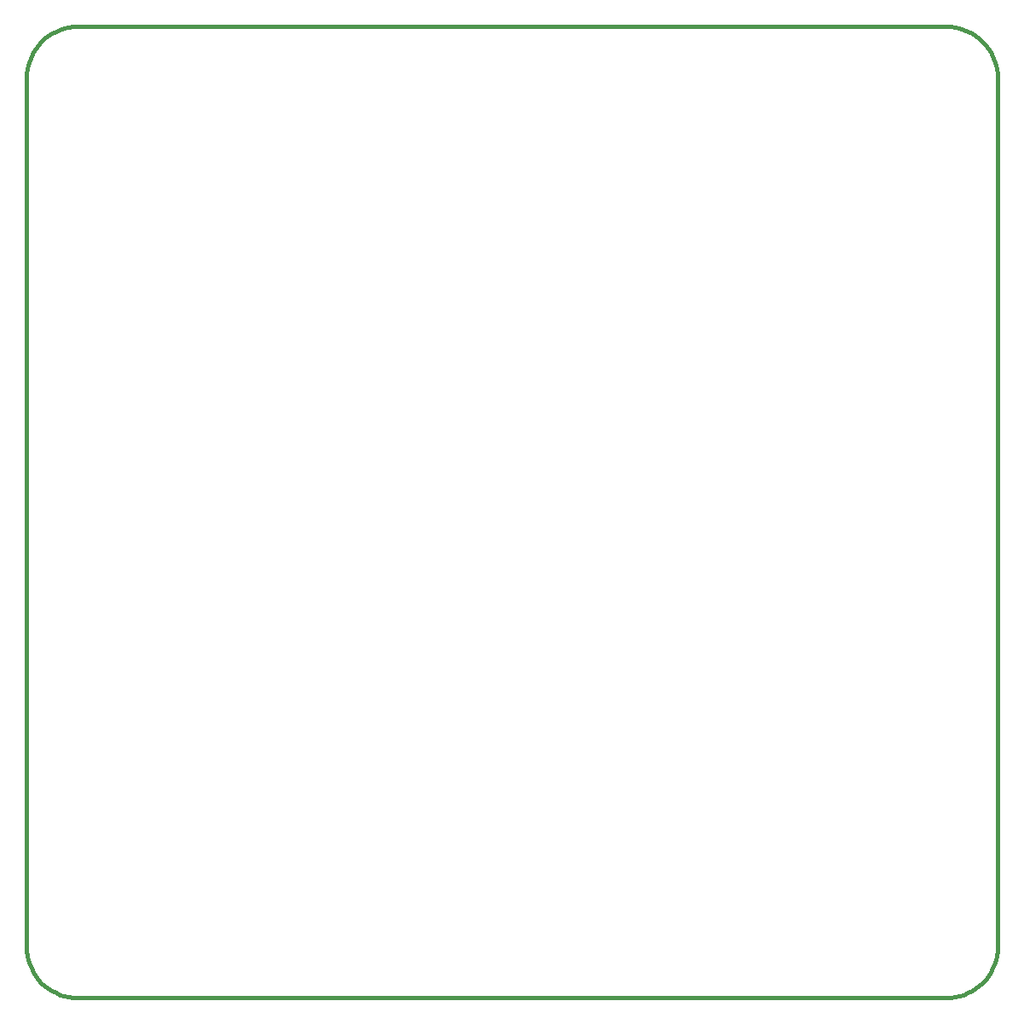
<source format=gbr>
G04 (created by PCBNEW-RS274X (2012-01-19 BZR 3256)-stable) date 5/20/2013 9:38:39 PM*
G01*
G70*
G90*
%MOIN*%
G04 Gerber Fmt 3.4, Leading zero omitted, Abs format*
%FSLAX34Y34*%
G04 APERTURE LIST*
%ADD10C,0.006000*%
%ADD11C,0.015000*%
G04 APERTURE END LIST*
G54D10*
G54D11*
X72750Y-61500D02*
X72924Y-61492D01*
X73097Y-61469D01*
X73267Y-61431D01*
X73434Y-61379D01*
X73595Y-61312D01*
X73750Y-61232D01*
X73897Y-61138D01*
X74035Y-61032D01*
X74164Y-60914D01*
X74282Y-60785D01*
X74388Y-60647D01*
X74482Y-60499D01*
X74562Y-60345D01*
X74629Y-60184D01*
X74681Y-60017D01*
X74719Y-59847D01*
X74742Y-59674D01*
X74750Y-59500D01*
X74750Y-25500D02*
X74742Y-25326D01*
X74719Y-25153D01*
X74681Y-24983D01*
X74629Y-24816D01*
X74562Y-24655D01*
X74482Y-24501D01*
X74388Y-24353D01*
X74282Y-24215D01*
X74164Y-24086D01*
X74035Y-23968D01*
X73897Y-23862D01*
X73750Y-23768D01*
X73595Y-23688D01*
X73434Y-23621D01*
X73267Y-23569D01*
X73097Y-23531D01*
X72924Y-23508D01*
X72750Y-23500D01*
X36750Y-59500D02*
X36758Y-59674D01*
X36781Y-59847D01*
X36819Y-60017D01*
X36871Y-60184D01*
X36938Y-60345D01*
X37018Y-60499D01*
X37112Y-60647D01*
X37218Y-60785D01*
X37336Y-60914D01*
X37465Y-61032D01*
X37603Y-61138D01*
X37751Y-61232D01*
X37905Y-61312D01*
X38066Y-61379D01*
X38233Y-61431D01*
X38403Y-61469D01*
X38576Y-61492D01*
X38750Y-61500D01*
X38750Y-23500D02*
X38576Y-23508D01*
X38403Y-23531D01*
X38233Y-23569D01*
X38066Y-23621D01*
X37905Y-23688D01*
X37751Y-23768D01*
X37603Y-23862D01*
X37465Y-23968D01*
X37336Y-24086D01*
X37218Y-24215D01*
X37112Y-24353D01*
X37018Y-24501D01*
X36938Y-24655D01*
X36871Y-24816D01*
X36819Y-24983D01*
X36781Y-25153D01*
X36758Y-25326D01*
X36750Y-25500D01*
X72750Y-23500D02*
X38750Y-23500D01*
X74750Y-59500D02*
X74750Y-25500D01*
X38750Y-61500D02*
X72750Y-61500D01*
X36750Y-25500D02*
X36750Y-59500D01*
M02*

</source>
